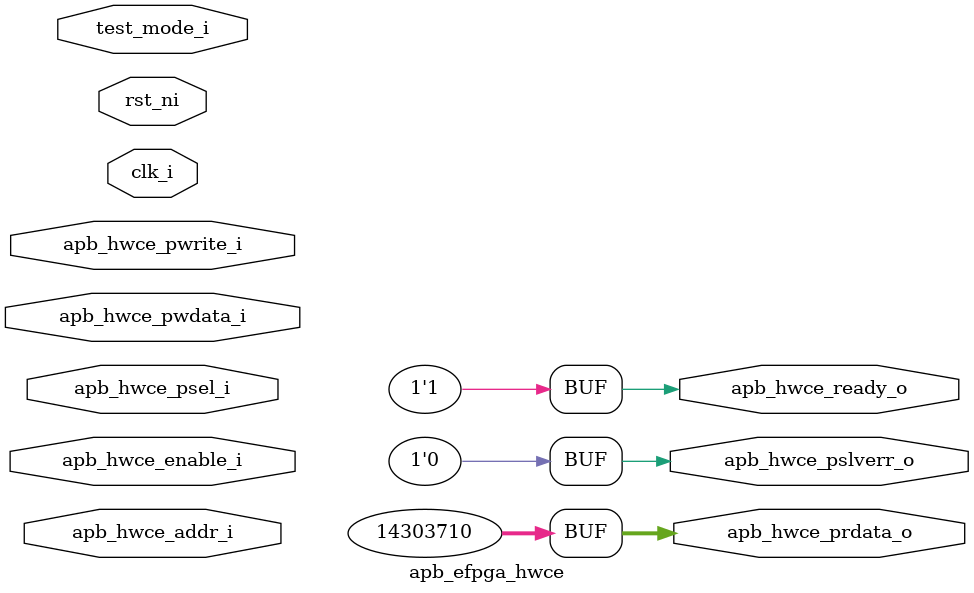
<source format=sv>
module apb_efpga_hwce #(
    parameter APB_HWCE_ADDR_WIDTH = 7
) (
    // clock and reset
    input logic clk_i,
    input logic rst_ni,
    input logic test_mode_i,

    output logic [                   31:0] apb_hwce_prdata_o,
    output logic                           apb_hwce_ready_o,
    output logic                           apb_hwce_pslverr_o,
    input  logic [APB_HWCE_ADDR_WIDTH-1:0] apb_hwce_addr_i,
    input  logic                           apb_hwce_enable_i,
    input  logic                           apb_hwce_psel_i,
    input  logic [                   31:0] apb_hwce_pwdata_i,
    input  logic                           apb_hwce_pwrite_i
);

  logic       s_is_apb_write;
  logic       s_is_apb_read;
  logic [1:0] do_display;

  assign s_is_apb_write = apb_hwce_psel_i & apb_hwce_enable_i & apb_hwce_pwrite_i;
  assign s_is_apb_read  = apb_hwce_psel_i & apb_hwce_enable_i & ~apb_hwce_pwrite_i;


  always_ff @(posedge clk_i, negedge rst_ni) begin
    if (~rst_ni) begin
      do_display <= 2'b0;
    end else begin
      if (s_is_apb_write) do_display <= 2'b01;
      if (s_is_apb_read) do_display <= 2'b10;
      else do_display <= 2'b00;
    end
  end

  always_comb begin
    unique case (do_display)
      2'b01:   $display("WRITE TO APB eFPGA HWCE",);
      2'b10:   $display("READ FROM APB eFPGA HWCE",);
      default;
    endcase
  end

  assign apb_hwce_ready_o   = 1'b1;
  assign apb_hwce_pslverr_o = 1'b0;
  assign apb_hwce_prdata_o  = 32'h00DA41DE;

endmodule


</source>
